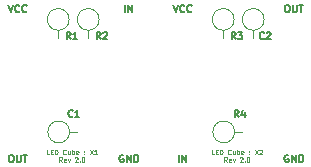
<source format=gbr>
G04 #@! TF.GenerationSoftware,KiCad,Pcbnew,5.0.1+dfsg1-3~bpo9+1*
G04 #@! TF.CreationDate,2018-11-18T10:39:03-07:00*
G04 #@! TF.ProjectId,Cube-Balls,437562652D42616C6C732E6B69636164,rev?*
G04 #@! TF.SameCoordinates,Original*
G04 #@! TF.FileFunction,Legend,Top*
G04 #@! TF.FilePolarity,Positive*
%FSLAX46Y46*%
G04 Gerber Fmt 4.6, Leading zero omitted, Abs format (unit mm)*
G04 Created by KiCad (PCBNEW 5.0.1+dfsg1-3~bpo9+1) date Sun 18 Nov 2018 10:39:03 AM MST*
%MOMM*%
%LPD*%
G01*
G04 APERTURE LIST*
%ADD10C,0.050000*%
%ADD11C,0.120000*%
%ADD12C,0.150000*%
G04 APERTURE END LIST*
D10*
X57004190Y-49131952D02*
X56813714Y-49131952D01*
X56813714Y-48731952D01*
X57137523Y-48922428D02*
X57270857Y-48922428D01*
X57328000Y-49131952D02*
X57137523Y-49131952D01*
X57137523Y-48731952D01*
X57328000Y-48731952D01*
X57499428Y-49131952D02*
X57499428Y-48731952D01*
X57594666Y-48731952D01*
X57651809Y-48751000D01*
X57689904Y-48789095D01*
X57708952Y-48827190D01*
X57728000Y-48903380D01*
X57728000Y-48960523D01*
X57708952Y-49036714D01*
X57689904Y-49074809D01*
X57651809Y-49112904D01*
X57594666Y-49131952D01*
X57499428Y-49131952D01*
X58432761Y-49093857D02*
X58413714Y-49112904D01*
X58356571Y-49131952D01*
X58318476Y-49131952D01*
X58261333Y-49112904D01*
X58223238Y-49074809D01*
X58204190Y-49036714D01*
X58185142Y-48960523D01*
X58185142Y-48903380D01*
X58204190Y-48827190D01*
X58223238Y-48789095D01*
X58261333Y-48751000D01*
X58318476Y-48731952D01*
X58356571Y-48731952D01*
X58413714Y-48751000D01*
X58432761Y-48770047D01*
X58775619Y-48865285D02*
X58775619Y-49131952D01*
X58604190Y-48865285D02*
X58604190Y-49074809D01*
X58623238Y-49112904D01*
X58661333Y-49131952D01*
X58718476Y-49131952D01*
X58756571Y-49112904D01*
X58775619Y-49093857D01*
X58966095Y-49131952D02*
X58966095Y-48731952D01*
X58966095Y-48884333D02*
X59004190Y-48865285D01*
X59080380Y-48865285D01*
X59118476Y-48884333D01*
X59137523Y-48903380D01*
X59156571Y-48941476D01*
X59156571Y-49055761D01*
X59137523Y-49093857D01*
X59118476Y-49112904D01*
X59080380Y-49131952D01*
X59004190Y-49131952D01*
X58966095Y-49112904D01*
X59480380Y-49112904D02*
X59442285Y-49131952D01*
X59366095Y-49131952D01*
X59328000Y-49112904D01*
X59308952Y-49074809D01*
X59308952Y-48922428D01*
X59328000Y-48884333D01*
X59366095Y-48865285D01*
X59442285Y-48865285D01*
X59480380Y-48884333D01*
X59499428Y-48922428D01*
X59499428Y-48960523D01*
X59308952Y-48998619D01*
X59975619Y-49093857D02*
X59994666Y-49112904D01*
X59975619Y-49131952D01*
X59956571Y-49112904D01*
X59975619Y-49093857D01*
X59975619Y-49131952D01*
X59975619Y-48884333D02*
X59994666Y-48903380D01*
X59975619Y-48922428D01*
X59956571Y-48903380D01*
X59975619Y-48884333D01*
X59975619Y-48922428D01*
X60432761Y-48731952D02*
X60699428Y-49131952D01*
X60699428Y-48731952D02*
X60432761Y-49131952D01*
X60832761Y-48770047D02*
X60851809Y-48751000D01*
X60889904Y-48731952D01*
X60985142Y-48731952D01*
X61023238Y-48751000D01*
X61042285Y-48770047D01*
X61061333Y-48808142D01*
X61061333Y-48846238D01*
X61042285Y-48903380D01*
X60813714Y-49131952D01*
X61061333Y-49131952D01*
X58099428Y-49781952D02*
X57966095Y-49591476D01*
X57870857Y-49781952D02*
X57870857Y-49381952D01*
X58023238Y-49381952D01*
X58061333Y-49401000D01*
X58080380Y-49420047D01*
X58099428Y-49458142D01*
X58099428Y-49515285D01*
X58080380Y-49553380D01*
X58061333Y-49572428D01*
X58023238Y-49591476D01*
X57870857Y-49591476D01*
X58423238Y-49762904D02*
X58385142Y-49781952D01*
X58308952Y-49781952D01*
X58270857Y-49762904D01*
X58251809Y-49724809D01*
X58251809Y-49572428D01*
X58270857Y-49534333D01*
X58308952Y-49515285D01*
X58385142Y-49515285D01*
X58423238Y-49534333D01*
X58442285Y-49572428D01*
X58442285Y-49610523D01*
X58251809Y-49648619D01*
X58575619Y-49515285D02*
X58670857Y-49781952D01*
X58766095Y-49515285D01*
X59204190Y-49420047D02*
X59223238Y-49401000D01*
X59261333Y-49381952D01*
X59356571Y-49381952D01*
X59394666Y-49401000D01*
X59413714Y-49420047D01*
X59432761Y-49458142D01*
X59432761Y-49496238D01*
X59413714Y-49553380D01*
X59185142Y-49781952D01*
X59432761Y-49781952D01*
X59604190Y-49743857D02*
X59623238Y-49762904D01*
X59604190Y-49781952D01*
X59585142Y-49762904D01*
X59604190Y-49743857D01*
X59604190Y-49781952D01*
X59870857Y-49381952D02*
X59908952Y-49381952D01*
X59947047Y-49401000D01*
X59966095Y-49420047D01*
X59985142Y-49458142D01*
X60004190Y-49534333D01*
X60004190Y-49629571D01*
X59985142Y-49705761D01*
X59966095Y-49743857D01*
X59947047Y-49762904D01*
X59908952Y-49781952D01*
X59870857Y-49781952D01*
X59832761Y-49762904D01*
X59813714Y-49743857D01*
X59794666Y-49705761D01*
X59775619Y-49629571D01*
X59775619Y-49534333D01*
X59794666Y-49458142D01*
X59813714Y-49420047D01*
X59832761Y-49401000D01*
X59870857Y-49381952D01*
X43034190Y-49131952D02*
X42843714Y-49131952D01*
X42843714Y-48731952D01*
X43167523Y-48922428D02*
X43300857Y-48922428D01*
X43358000Y-49131952D02*
X43167523Y-49131952D01*
X43167523Y-48731952D01*
X43358000Y-48731952D01*
X43529428Y-49131952D02*
X43529428Y-48731952D01*
X43624666Y-48731952D01*
X43681809Y-48751000D01*
X43719904Y-48789095D01*
X43738952Y-48827190D01*
X43758000Y-48903380D01*
X43758000Y-48960523D01*
X43738952Y-49036714D01*
X43719904Y-49074809D01*
X43681809Y-49112904D01*
X43624666Y-49131952D01*
X43529428Y-49131952D01*
X44462761Y-49093857D02*
X44443714Y-49112904D01*
X44386571Y-49131952D01*
X44348476Y-49131952D01*
X44291333Y-49112904D01*
X44253238Y-49074809D01*
X44234190Y-49036714D01*
X44215142Y-48960523D01*
X44215142Y-48903380D01*
X44234190Y-48827190D01*
X44253238Y-48789095D01*
X44291333Y-48751000D01*
X44348476Y-48731952D01*
X44386571Y-48731952D01*
X44443714Y-48751000D01*
X44462761Y-48770047D01*
X44805619Y-48865285D02*
X44805619Y-49131952D01*
X44634190Y-48865285D02*
X44634190Y-49074809D01*
X44653238Y-49112904D01*
X44691333Y-49131952D01*
X44748476Y-49131952D01*
X44786571Y-49112904D01*
X44805619Y-49093857D01*
X44996095Y-49131952D02*
X44996095Y-48731952D01*
X44996095Y-48884333D02*
X45034190Y-48865285D01*
X45110380Y-48865285D01*
X45148476Y-48884333D01*
X45167523Y-48903380D01*
X45186571Y-48941476D01*
X45186571Y-49055761D01*
X45167523Y-49093857D01*
X45148476Y-49112904D01*
X45110380Y-49131952D01*
X45034190Y-49131952D01*
X44996095Y-49112904D01*
X45510380Y-49112904D02*
X45472285Y-49131952D01*
X45396095Y-49131952D01*
X45358000Y-49112904D01*
X45338952Y-49074809D01*
X45338952Y-48922428D01*
X45358000Y-48884333D01*
X45396095Y-48865285D01*
X45472285Y-48865285D01*
X45510380Y-48884333D01*
X45529428Y-48922428D01*
X45529428Y-48960523D01*
X45338952Y-48998619D01*
X46005619Y-49093857D02*
X46024666Y-49112904D01*
X46005619Y-49131952D01*
X45986571Y-49112904D01*
X46005619Y-49093857D01*
X46005619Y-49131952D01*
X46005619Y-48884333D02*
X46024666Y-48903380D01*
X46005619Y-48922428D01*
X45986571Y-48903380D01*
X46005619Y-48884333D01*
X46005619Y-48922428D01*
X46462761Y-48731952D02*
X46729428Y-49131952D01*
X46729428Y-48731952D02*
X46462761Y-49131952D01*
X47091333Y-49131952D02*
X46862761Y-49131952D01*
X46977047Y-49131952D02*
X46977047Y-48731952D01*
X46938952Y-48789095D01*
X46900857Y-48827190D01*
X46862761Y-48846238D01*
X44129428Y-49781952D02*
X43996095Y-49591476D01*
X43900857Y-49781952D02*
X43900857Y-49381952D01*
X44053238Y-49381952D01*
X44091333Y-49401000D01*
X44110380Y-49420047D01*
X44129428Y-49458142D01*
X44129428Y-49515285D01*
X44110380Y-49553380D01*
X44091333Y-49572428D01*
X44053238Y-49591476D01*
X43900857Y-49591476D01*
X44453238Y-49762904D02*
X44415142Y-49781952D01*
X44338952Y-49781952D01*
X44300857Y-49762904D01*
X44281809Y-49724809D01*
X44281809Y-49572428D01*
X44300857Y-49534333D01*
X44338952Y-49515285D01*
X44415142Y-49515285D01*
X44453238Y-49534333D01*
X44472285Y-49572428D01*
X44472285Y-49610523D01*
X44281809Y-49648619D01*
X44605619Y-49515285D02*
X44700857Y-49781952D01*
X44796095Y-49515285D01*
X45234190Y-49420047D02*
X45253238Y-49401000D01*
X45291333Y-49381952D01*
X45386571Y-49381952D01*
X45424666Y-49401000D01*
X45443714Y-49420047D01*
X45462761Y-49458142D01*
X45462761Y-49496238D01*
X45443714Y-49553380D01*
X45215142Y-49781952D01*
X45462761Y-49781952D01*
X45634190Y-49743857D02*
X45653238Y-49762904D01*
X45634190Y-49781952D01*
X45615142Y-49762904D01*
X45634190Y-49743857D01*
X45634190Y-49781952D01*
X45900857Y-49381952D02*
X45938952Y-49381952D01*
X45977047Y-49401000D01*
X45996095Y-49420047D01*
X46015142Y-49458142D01*
X46034190Y-49534333D01*
X46034190Y-49629571D01*
X46015142Y-49705761D01*
X45996095Y-49743857D01*
X45977047Y-49762904D01*
X45938952Y-49781952D01*
X45900857Y-49781952D01*
X45862761Y-49762904D01*
X45843714Y-49743857D01*
X45824666Y-49705761D01*
X45805619Y-49629571D01*
X45805619Y-49534333D01*
X45824666Y-49458142D01*
X45843714Y-49420047D01*
X45862761Y-49401000D01*
X45900857Y-49381952D01*
D11*
G04 #@! TO.C,C1*
X44775000Y-47244000D02*
G75*
G03X44775000Y-47244000I-920000J0D01*
G01*
X44775000Y-47244000D02*
X45395000Y-47244000D01*
G04 #@! TO.C,C2*
X60325000Y-38639000D02*
X60325000Y-39259000D01*
X61245000Y-37719000D02*
G75*
G03X61245000Y-37719000I-920000J0D01*
G01*
G04 #@! TO.C,R4*
X58745000Y-47238000D02*
G75*
G03X58745000Y-47238000I-920000J0D01*
G01*
X58745000Y-47238000D02*
X59365000Y-47238000D01*
G04 #@! TO.C,R3*
X58705000Y-37719000D02*
G75*
G03X58705000Y-37719000I-920000J0D01*
G01*
X57785000Y-38639000D02*
X57785000Y-39259000D01*
G04 #@! TO.C,R2*
X46355000Y-38639000D02*
X46355000Y-39259000D01*
X47275000Y-37719000D02*
G75*
G03X47275000Y-37719000I-920000J0D01*
G01*
G04 #@! TO.C,R1*
X44735000Y-37719000D02*
G75*
G03X44735000Y-37719000I-920000J0D01*
G01*
X43815000Y-38639000D02*
X43815000Y-39259000D01*
G04 #@! TO.C,C1*
D12*
X45025000Y-45934285D02*
X44996428Y-45962857D01*
X44910714Y-45991428D01*
X44853571Y-45991428D01*
X44767857Y-45962857D01*
X44710714Y-45905714D01*
X44682142Y-45848571D01*
X44653571Y-45734285D01*
X44653571Y-45648571D01*
X44682142Y-45534285D01*
X44710714Y-45477142D01*
X44767857Y-45420000D01*
X44853571Y-45391428D01*
X44910714Y-45391428D01*
X44996428Y-45420000D01*
X45025000Y-45448571D01*
X45596428Y-45991428D02*
X45253571Y-45991428D01*
X45425000Y-45991428D02*
X45425000Y-45391428D01*
X45367857Y-45477142D01*
X45310714Y-45534285D01*
X45253571Y-45562857D01*
G04 #@! TO.C,C2*
X61241000Y-39330285D02*
X61212428Y-39358857D01*
X61126714Y-39387428D01*
X61069571Y-39387428D01*
X60983857Y-39358857D01*
X60926714Y-39301714D01*
X60898142Y-39244571D01*
X60869571Y-39130285D01*
X60869571Y-39044571D01*
X60898142Y-38930285D01*
X60926714Y-38873142D01*
X60983857Y-38816000D01*
X61069571Y-38787428D01*
X61126714Y-38787428D01*
X61212428Y-38816000D01*
X61241000Y-38844571D01*
X61469571Y-38844571D02*
X61498142Y-38816000D01*
X61555285Y-38787428D01*
X61698142Y-38787428D01*
X61755285Y-38816000D01*
X61783857Y-38844571D01*
X61812428Y-38901714D01*
X61812428Y-38958857D01*
X61783857Y-39044571D01*
X61441000Y-39387428D01*
X61812428Y-39387428D01*
G04 #@! TO.C,J8*
X63154000Y-36501428D02*
X63268285Y-36501428D01*
X63325428Y-36530000D01*
X63382571Y-36587142D01*
X63411142Y-36701428D01*
X63411142Y-36901428D01*
X63382571Y-37015714D01*
X63325428Y-37072857D01*
X63268285Y-37101428D01*
X63154000Y-37101428D01*
X63096857Y-37072857D01*
X63039714Y-37015714D01*
X63011142Y-36901428D01*
X63011142Y-36701428D01*
X63039714Y-36587142D01*
X63096857Y-36530000D01*
X63154000Y-36501428D01*
X63668285Y-36501428D02*
X63668285Y-36987142D01*
X63696857Y-37044285D01*
X63725428Y-37072857D01*
X63782571Y-37101428D01*
X63896857Y-37101428D01*
X63954000Y-37072857D01*
X63982571Y-37044285D01*
X64011142Y-36987142D01*
X64011142Y-36501428D01*
X64211142Y-36501428D02*
X64554000Y-36501428D01*
X64382571Y-37101428D02*
X64382571Y-36501428D01*
G04 #@! TO.C,J7*
X63296857Y-49230000D02*
X63239714Y-49201428D01*
X63154000Y-49201428D01*
X63068285Y-49230000D01*
X63011142Y-49287142D01*
X62982571Y-49344285D01*
X62954000Y-49458571D01*
X62954000Y-49544285D01*
X62982571Y-49658571D01*
X63011142Y-49715714D01*
X63068285Y-49772857D01*
X63154000Y-49801428D01*
X63211142Y-49801428D01*
X63296857Y-49772857D01*
X63325428Y-49744285D01*
X63325428Y-49544285D01*
X63211142Y-49544285D01*
X63582571Y-49801428D02*
X63582571Y-49201428D01*
X63925428Y-49801428D01*
X63925428Y-49201428D01*
X64211142Y-49801428D02*
X64211142Y-49201428D01*
X64354000Y-49201428D01*
X64439714Y-49230000D01*
X64496857Y-49287142D01*
X64525428Y-49344285D01*
X64554000Y-49458571D01*
X64554000Y-49544285D01*
X64525428Y-49658571D01*
X64496857Y-49715714D01*
X64439714Y-49772857D01*
X64354000Y-49801428D01*
X64211142Y-49801428D01*
G04 #@! TO.C,J6*
X53556000Y-36501428D02*
X53756000Y-37101428D01*
X53956000Y-36501428D01*
X54498857Y-37044285D02*
X54470285Y-37072857D01*
X54384571Y-37101428D01*
X54327428Y-37101428D01*
X54241714Y-37072857D01*
X54184571Y-37015714D01*
X54156000Y-36958571D01*
X54127428Y-36844285D01*
X54127428Y-36758571D01*
X54156000Y-36644285D01*
X54184571Y-36587142D01*
X54241714Y-36530000D01*
X54327428Y-36501428D01*
X54384571Y-36501428D01*
X54470285Y-36530000D01*
X54498857Y-36558571D01*
X55098857Y-37044285D02*
X55070285Y-37072857D01*
X54984571Y-37101428D01*
X54927428Y-37101428D01*
X54841714Y-37072857D01*
X54784571Y-37015714D01*
X54756000Y-36958571D01*
X54727428Y-36844285D01*
X54727428Y-36758571D01*
X54756000Y-36644285D01*
X54784571Y-36587142D01*
X54841714Y-36530000D01*
X54927428Y-36501428D01*
X54984571Y-36501428D01*
X55070285Y-36530000D01*
X55098857Y-36558571D01*
G04 #@! TO.C,J5*
X54041714Y-49801428D02*
X54041714Y-49201428D01*
X54327428Y-49801428D02*
X54327428Y-49201428D01*
X54670285Y-49801428D01*
X54670285Y-49201428D01*
G04 #@! TO.C,J4*
X39786000Y-49201428D02*
X39900285Y-49201428D01*
X39957428Y-49230000D01*
X40014571Y-49287142D01*
X40043142Y-49401428D01*
X40043142Y-49601428D01*
X40014571Y-49715714D01*
X39957428Y-49772857D01*
X39900285Y-49801428D01*
X39786000Y-49801428D01*
X39728857Y-49772857D01*
X39671714Y-49715714D01*
X39643142Y-49601428D01*
X39643142Y-49401428D01*
X39671714Y-49287142D01*
X39728857Y-49230000D01*
X39786000Y-49201428D01*
X40300285Y-49201428D02*
X40300285Y-49687142D01*
X40328857Y-49744285D01*
X40357428Y-49772857D01*
X40414571Y-49801428D01*
X40528857Y-49801428D01*
X40586000Y-49772857D01*
X40614571Y-49744285D01*
X40643142Y-49687142D01*
X40643142Y-49201428D01*
X40843142Y-49201428D02*
X41186000Y-49201428D01*
X41014571Y-49801428D02*
X41014571Y-49201428D01*
G04 #@! TO.C,J3*
X49326857Y-49230000D02*
X49269714Y-49201428D01*
X49184000Y-49201428D01*
X49098285Y-49230000D01*
X49041142Y-49287142D01*
X49012571Y-49344285D01*
X48984000Y-49458571D01*
X48984000Y-49544285D01*
X49012571Y-49658571D01*
X49041142Y-49715714D01*
X49098285Y-49772857D01*
X49184000Y-49801428D01*
X49241142Y-49801428D01*
X49326857Y-49772857D01*
X49355428Y-49744285D01*
X49355428Y-49544285D01*
X49241142Y-49544285D01*
X49612571Y-49801428D02*
X49612571Y-49201428D01*
X49955428Y-49801428D01*
X49955428Y-49201428D01*
X50241142Y-49801428D02*
X50241142Y-49201428D01*
X50384000Y-49201428D01*
X50469714Y-49230000D01*
X50526857Y-49287142D01*
X50555428Y-49344285D01*
X50584000Y-49458571D01*
X50584000Y-49544285D01*
X50555428Y-49658571D01*
X50526857Y-49715714D01*
X50469714Y-49772857D01*
X50384000Y-49801428D01*
X50241142Y-49801428D01*
G04 #@! TO.C,J2*
X39586000Y-36501428D02*
X39786000Y-37101428D01*
X39986000Y-36501428D01*
X40528857Y-37044285D02*
X40500285Y-37072857D01*
X40414571Y-37101428D01*
X40357428Y-37101428D01*
X40271714Y-37072857D01*
X40214571Y-37015714D01*
X40186000Y-36958571D01*
X40157428Y-36844285D01*
X40157428Y-36758571D01*
X40186000Y-36644285D01*
X40214571Y-36587142D01*
X40271714Y-36530000D01*
X40357428Y-36501428D01*
X40414571Y-36501428D01*
X40500285Y-36530000D01*
X40528857Y-36558571D01*
X41128857Y-37044285D02*
X41100285Y-37072857D01*
X41014571Y-37101428D01*
X40957428Y-37101428D01*
X40871714Y-37072857D01*
X40814571Y-37015714D01*
X40786000Y-36958571D01*
X40757428Y-36844285D01*
X40757428Y-36758571D01*
X40786000Y-36644285D01*
X40814571Y-36587142D01*
X40871714Y-36530000D01*
X40957428Y-36501428D01*
X41014571Y-36501428D01*
X41100285Y-36530000D01*
X41128857Y-36558571D01*
G04 #@! TO.C,J1*
X49469714Y-37101428D02*
X49469714Y-36501428D01*
X49755428Y-37101428D02*
X49755428Y-36501428D01*
X50098285Y-37101428D01*
X50098285Y-36501428D01*
G04 #@! TO.C,R4*
X59082000Y-45991428D02*
X58882000Y-45705714D01*
X58739142Y-45991428D02*
X58739142Y-45391428D01*
X58967714Y-45391428D01*
X59024857Y-45420000D01*
X59053428Y-45448571D01*
X59082000Y-45505714D01*
X59082000Y-45591428D01*
X59053428Y-45648571D01*
X59024857Y-45677142D01*
X58967714Y-45705714D01*
X58739142Y-45705714D01*
X59596285Y-45591428D02*
X59596285Y-45991428D01*
X59453428Y-45362857D02*
X59310571Y-45791428D01*
X59682000Y-45791428D01*
G04 #@! TO.C,R3*
X58828000Y-39387428D02*
X58628000Y-39101714D01*
X58485142Y-39387428D02*
X58485142Y-38787428D01*
X58713714Y-38787428D01*
X58770857Y-38816000D01*
X58799428Y-38844571D01*
X58828000Y-38901714D01*
X58828000Y-38987428D01*
X58799428Y-39044571D01*
X58770857Y-39073142D01*
X58713714Y-39101714D01*
X58485142Y-39101714D01*
X59028000Y-38787428D02*
X59399428Y-38787428D01*
X59199428Y-39016000D01*
X59285142Y-39016000D01*
X59342285Y-39044571D01*
X59370857Y-39073142D01*
X59399428Y-39130285D01*
X59399428Y-39273142D01*
X59370857Y-39330285D01*
X59342285Y-39358857D01*
X59285142Y-39387428D01*
X59113714Y-39387428D01*
X59056571Y-39358857D01*
X59028000Y-39330285D01*
G04 #@! TO.C,R2*
X47398000Y-39387428D02*
X47198000Y-39101714D01*
X47055142Y-39387428D02*
X47055142Y-38787428D01*
X47283714Y-38787428D01*
X47340857Y-38816000D01*
X47369428Y-38844571D01*
X47398000Y-38901714D01*
X47398000Y-38987428D01*
X47369428Y-39044571D01*
X47340857Y-39073142D01*
X47283714Y-39101714D01*
X47055142Y-39101714D01*
X47626571Y-38844571D02*
X47655142Y-38816000D01*
X47712285Y-38787428D01*
X47855142Y-38787428D01*
X47912285Y-38816000D01*
X47940857Y-38844571D01*
X47969428Y-38901714D01*
X47969428Y-38958857D01*
X47940857Y-39044571D01*
X47598000Y-39387428D01*
X47969428Y-39387428D01*
G04 #@! TO.C,R1*
X44858000Y-39387428D02*
X44658000Y-39101714D01*
X44515142Y-39387428D02*
X44515142Y-38787428D01*
X44743714Y-38787428D01*
X44800857Y-38816000D01*
X44829428Y-38844571D01*
X44858000Y-38901714D01*
X44858000Y-38987428D01*
X44829428Y-39044571D01*
X44800857Y-39073142D01*
X44743714Y-39101714D01*
X44515142Y-39101714D01*
X45429428Y-39387428D02*
X45086571Y-39387428D01*
X45258000Y-39387428D02*
X45258000Y-38787428D01*
X45200857Y-38873142D01*
X45143714Y-38930285D01*
X45086571Y-38958857D01*
G04 #@! TD*
M02*

</source>
